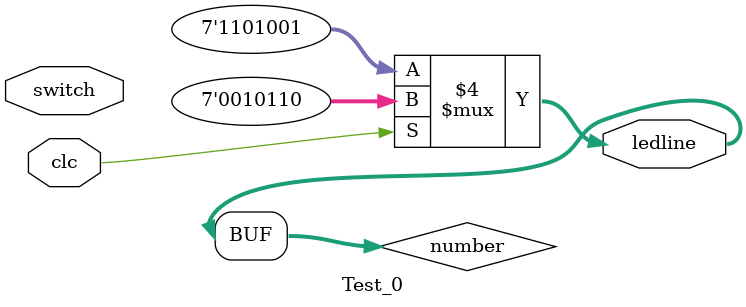
<source format=v>
module Test_0(clc,switch,ledline);
input clc ;
input switch ;
output [6:0]ledline;
reg [6:0]number = 7'b0011001;

always @(*) begin
	if (clc)begin
		number = 7'b0010110;
	end else begin
		number = 7'b1101001;
	end


end
assign ledline = number;
endmodule 

</source>
